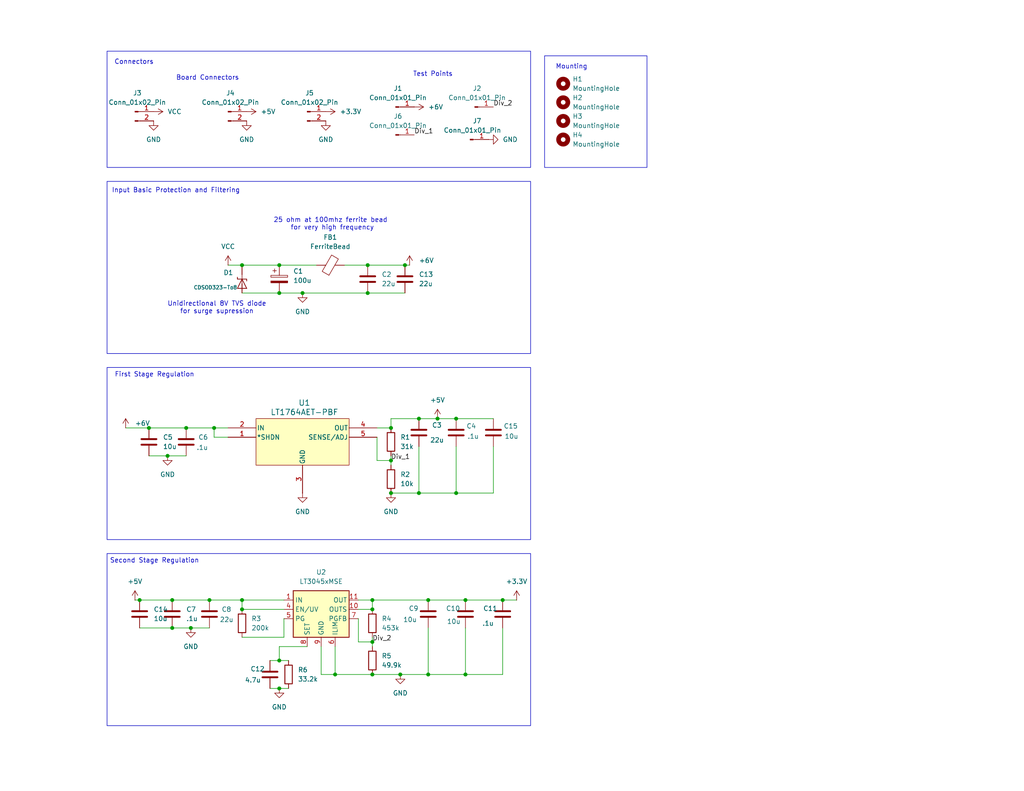
<source format=kicad_sch>
(kicad_sch (version 20231120) (generator "eeschema") (generator_version "8.0")
  (paper "USLetter")
  (title_block (title "Power Supply Board Independent Study") (company "Steven Vokoun") (comment 1 "Takes in Noisy 7V DC from a switching converter") (comment 2 "Outputs 5V and 3.3V filtered"))
  (lib_symbols
    (symbol "Connector:Conn_01x01_Pin" (pin_names (offset 1.016) hide)
      (property "Reference" "J" (at 0 2.54 0))
      (property "Value" "Conn_01x01_Pin" (at 0 -2.54 0))
      (symbol "Conn_01x01_Pin_1_1"
        (polyline (pts (xy 1.27 0) (xy 0.8636 0)) (stroke (width 0.1524)))
        (rectangle (start 0.8636 0.127) (end 0 -0.127) (stroke (width 0.1524)) (fill (type outline)))
        (pin passive line (at 5.08 0 180) (length 3.81) (name "Pin_1") (number "1"))
      )
    )
    (symbol "Connector:Conn_01x02_Pin" (pin_names (offset 1.016) hide)
      (property "Reference" "J" (at 0 2.54 0))
      (property "Value" "Conn_01x02_Pin" (at 0 -5.08 0))
      (symbol "Conn_01x02_Pin_1_1"
        (polyline (pts (xy 1.27 -2.54) (xy 0.8636 -2.54)) (stroke (width 0.1524)))
        (polyline (pts (xy 1.27 0) (xy 0.8636 0)) (stroke (width 0.1524)))
        (rectangle (start 0.8636 -2.413) (end 0 -2.667) (stroke (width 0.1524)) (fill (type outline)))
        (rectangle (start 0.8636 0.127) (end 0 -0.127) (stroke (width 0.1524)) (fill (type outline)))
        (pin passive line (at 5.08 0 180) (length 3.81) (name "Pin_1") (number "1"))
        (pin passive line (at 5.08 -2.54 180) (length 3.81) (name "Pin_2") (number "2"))
      )
    )
    (symbol "Device:C" (pin_numbers hide) (pin_names (offset 0.254))
      (property "Reference" "C" (at 0.635 2.54 0))
      (property "Value" "C" (at 0.635 -2.54 0))
      (symbol "C_0_1"
        (polyline (pts (xy -2.032 -0.762) (xy 2.032 -0.762)) (stroke (width 0.508)))
        (polyline (pts (xy -2.032 0.762) (xy 2.032 0.762)) (stroke (width 0.508)))
      )
      (symbol "C_1_1"
        (pin passive line (at 0 3.81 270) (length 2.794) (name "~") (number "1"))
        (pin passive line (at 0 -3.81 90) (length 2.794) (name "~") (number "2"))
      )
    )
    (symbol "Device:C_Polarized" (pin_numbers hide) (pin_names (offset 0.254))
      (property "Reference" "C" (at 0.635 2.54 0))
      (property "Value" "C_Polarized" (at 0.635 -2.54 0))
      (symbol "C_Polarized_0_1"
        (rectangle (start -2.286 0.508) (end 2.286 1.016))
        (polyline (pts (xy -1.778 2.286) (xy -0.762 2.286)))
        (polyline (pts (xy -1.27 2.794) (xy -1.27 1.778)))
        (rectangle (start 2.286 -0.508) (end -2.286 -1.016) (fill (type outline)))
      )
      (symbol "C_Polarized_1_1"
        (pin passive line (at 0 3.81 270) (length 2.794) (name "~") (number "1"))
        (pin passive line (at 0 -3.81 90) (length 2.794) (name "~") (number "2"))
      )
    )
    (symbol "Device:FerriteBead" (pin_numbers hide) (pin_names (offset 0))
      (property "Reference" "FB" (at -3.81 0.635 90))
      (property "Value" "FerriteBead" (at 3.81 0 90))
      (symbol "FerriteBead_0_1"
        (polyline (pts (xy 0 -1.27) (xy 0 -1.2192)))
        (polyline (pts (xy 0 1.27) (xy 0 1.2954)))
        (polyline (pts (xy -2.7686 0.4064) (xy -1.7018 2.2606) (xy 2.7686 -0.3048) (xy 1.6764 -2.159) (xy -2.7686 0.4064)))
      )
      (symbol "FerriteBead_1_1"
        (pin passive line (at 0 3.81 270) (length 2.54) (name "~") (number "1"))
        (pin passive line (at 0 -3.81 90) (length 2.54) (name "~") (number "2"))
      )
    )
    (symbol "Device:R" (pin_numbers hide) (pin_names (offset 0))
      (property "Reference" "R" (at 2.032 0 90))
      (property "Value" "R" (at 0 0 90))
      (symbol "R_0_1"
        (rectangle (start -1.016 -2.54) (end 1.016 2.54) (stroke (width 0.254)))
      )
      (symbol "R_1_1"
        (pin passive line (at 0 3.81 270) (length 1.27) (name "~") (number "1"))
        (pin passive line (at 0 -3.81 90) (length 1.27) (name "~") (number "2"))
      )
    )
    (symbol "Diode:SD12_SOD323" (pin_numbers hide) (pin_names (offset 1.016) hide)
      (property "Reference" "D1" (at 1.778 5.08 90))
      (property "Value" "CDSOD323-To8" (at -2.286 13.208 90))
      (symbol "SD12_SOD323_0_1"
        (polyline (pts (xy 1.27 0) (xy -1.27 0)))
        (polyline (pts (xy -2.54 -1.27) (xy -2.54 1.27) (xy 0 0) (xy -2.54 -1.27)) (stroke (width 0.2032)))
        (polyline (pts (xy 0.508 1.27) (xy 0 1.27) (xy 0 -1.27) (xy -0.508 -1.27)) (stroke (width 0.2032)))
      )
      (symbol "SD12_SOD323_1_1"
        (pin passive line (at -3.81 0 0) (length 2.54) (name "A1") (number "1"))
        (pin passive line (at 3.81 0 180) (length 2.54) (name "A2") (number "2"))
      )
    )
    (symbol "LT1764AET#PBF:LT1764AET-PBF" (pin_names (offset 0.254))
      (property "Reference" "U1" (at 20.828 9.398 0))
      (property "Value" "LT1764AET-PBF" (at 20.828 6.858 0))
      (symbol "LT1764AET-PBF_0_1"
        (pin output line (at 0 0 0) (length 7.62) (name "*SHDN") (number "1"))
        (pin input line (at 0 2.54 0) (length 7.62) (name "IN") (number "2"))
        (pin power_in line (at 20.32 -15.24 90) (length 7.62) (name "GND") (number "3"))
        (pin output line (at 40.64 2.54 180) (length 7.62) (name "OUT") (number "4"))
        (pin input line (at 40.64 0 180) (length 7.62) (name "SENSE/ADJ") (number "5"))
      )
      (symbol "LT1764AET-PBF_1_1"
        (rectangle (start 7.62 5.08) (end 33.02 -7.62) (fill (type background)))
      )
    )
    (symbol "Mechanical:MountingHole" (pin_names (offset 1.016)) (exclude_from_sim yes) (in_bom no)
      (property "Reference" "H" (at 0 5.08 0))
      (property "Value" "MountingHole" (at 0 3.175 0))
      (symbol "MountingHole_0_1"
        (circle (center 0 0) (radius 1.27) (stroke (width 1.27)))
      )
    )
    (symbol "Regulator_Linear:LT3045xMSE"
      (property "Reference" "U2" (at 0 10.16 0))
      (property "Value" "LT3045xMSE" (at 0 7.62 0))
      (symbol "LT3045xMSE_0_1"
        (rectangle (start -7.62 5.08) (end 7.62 -7.62) (stroke (width 0.254)) (fill (type background)))
      )
      (symbol "LT3045xMSE_1_1"
        (pin power_in line (at -10.16 2.54 0) (length 2.54) (name "IN") (number "1"))
        (pin input line (at 10.16 0 180) (length 2.54) (name "OUTS") (number "10"))
        (pin power_out line (at 10.16 2.54 180) (length 2.54) (name "OUT") (number "11"))
        (pin passive line (at 10.16 2.54 180) (length 2.54) hide (name "OUT") (number "12"))
        (pin passive line (at 0 -10.16 90) (length 2.54) hide (name "GND") (number "13"))
        (pin passive line (at -10.16 2.54 0) (length 2.54) hide (name "IN") (number "2"))
        (pin passive line (at -10.16 2.54 0) (length 2.54) hide (name "IN") (number "3"))
        (pin input line (at -10.16 0 0) (length 2.54) (name "EN/UV") (number "4"))
        (pin open_collector line (at -10.16 -2.54 0) (length 2.54) (name "PG") (number "5"))
        (pin passive line (at 3.81 -10.16 90) (length 2.54) (name "ILIM") (number "6"))
        (pin input line (at 10.16 -2.54 180) (length 2.54) (name "PGFB") (number "7"))
        (pin passive line (at -3.81 -10.16 90) (length 2.54) (name "SET") (number "8"))
        (pin power_in line (at 0 -10.16 90) (length 2.54) (name "GND") (number "9"))
      )
    )
    (symbol "power:+3.3V" (power) (pin_numbers hide) (pin_names (offset 0) hide)
      (property "Value" "+3.3V" (at 0 3.556 0))
      (symbol "+3.3V_0_1"
        (polyline (pts (xy -0.762 1.27) (xy 0 2.54)))
        (polyline (pts (xy 0 0) (xy 0 2.54)))
        (polyline (pts (xy 0 2.54) (xy 0.762 1.27)))
      )
      (symbol "+3.3V_1_1"
        (pin power_in line (at 0 0 90) (length 0) (name "~") (number "1"))
      )
    )
    (symbol "power:+5V" (power) (pin_numbers hide) (pin_names (offset 0) hide)
      (property "Value" "+5V" (at 0 3.556 0))
      (symbol "+5V_0_1"
        (polyline (pts (xy -0.762 1.27) (xy 0 2.54)))
        (polyline (pts (xy 0 0) (xy 0 2.54)))
        (polyline (pts (xy 0 2.54) (xy 0.762 1.27)))
      )
      (symbol "+5V_1_1"
        (pin power_in line (at 0 0 90) (length 0) (name "~") (number "1"))
      )
    )
    (symbol "power:+7.5V" (power) (pin_numbers hide) (pin_names (offset 0) hide)
      (property "Value" "+7.5V" (at 0 3.556 0))
      (symbol "+7.5V_0_1"
        (polyline (pts (xy -0.762 1.27) (xy 0 2.54)))
        (polyline (pts (xy 0 0) (xy 0 2.54)))
        (polyline (pts (xy 0 2.54) (xy 0.762 1.27)))
      )
      (symbol "+7.5V_1_1"
        (pin power_in line (at 0 0 90) (length 0) (name "~") (number "1"))
      )
    )
    (symbol "power:GND" (power) (pin_numbers hide) (pin_names (offset 0) hide)
      (property "Value" "GND" (at 0 -3.81 0))
      (symbol "GND_0_1"
        (polyline (pts (xy 0 0) (xy 0 -1.27) (xy 1.27 -1.27) (xy 0 -2.54) (xy -1.27 -1.27) (xy 0 -1.27)))
      )
      (symbol "GND_1_1"
        (pin power_in line (at 0 0 270) (length 0) (name "~") (number "1"))
      )
    )
    (symbol "power:VCC" (power) (pin_numbers hide) (pin_names (offset 0) hide)
      (property "Value" "VCC" (at 0 3.556 0))
      (symbol "VCC_0_1"
        (polyline (pts (xy -0.762 1.27) (xy 0 2.54)))
        (polyline (pts (xy 0 0) (xy 0 2.54)))
        (polyline (pts (xy 0 2.54) (xy 0.762 1.27)))
      )
      (symbol "VCC_1_1"
        (pin power_in line (at 0 0 90) (length 0) (name "~") (number "1"))
      )
    )
  )
  (junction (at 110.49 72.39))
  (junction (at 52.07 171.45))
  (junction (at 101.6 166.37))
  (junction (at 66.04 166.37))
  (junction (at 45.72 124.46))
  (junction (at 106.68 116.84))
  (junction (at 119.38 114.3))
  (junction (at 66.04 72.39))
  (junction (at 109.22 184.15))
  (junction (at 40.64 116.84))
  (junction (at 101.6 184.15))
  (junction (at 127 184.15))
  (junction (at 76.2 187.96))
  (junction (at 82.55 80.01))
  (junction (at 127 163.83))
  (junction (at 137.16 163.83))
  (junction (at 76.2 80.01))
  (junction (at 114.3 134.62))
  (junction (at 91.44 184.15))
  (junction (at 114.3 114.3))
  (junction (at 38.1 163.83))
  (junction (at 100.33 72.39))
  (junction (at 100.33 80.01))
  (junction (at 124.46 134.62))
  (junction (at 66.04 163.83))
  (junction (at 101.6 163.83))
  (junction (at 58.42 116.84))
  (junction (at 76.2 180.34))
  (junction (at 46.99 163.83))
  (junction (at 106.68 125.73))
  (junction (at 76.2 72.39))
  (junction (at 46.99 171.45))
  (junction (at 106.68 134.62))
  (junction (at 116.84 163.83))
  (junction (at 57.15 163.83))
  (junction (at 50.8 116.84))
  (junction (at 124.46 114.3))
  (junction (at 116.84 184.15))
  (junction (at 101.6 175.26))
  (wire (pts (xy 102.87 119.38) (xy 102.87 125.73)))
  (wire (pts (xy 40.64 116.84) (xy 50.8 116.84)))
  (wire (pts (xy 137.16 171.45) (xy 137.16 184.15)))
  (wire (pts (xy 119.38 114.3) (xy 124.46 114.3)))
  (wire (pts (xy 106.68 114.3) (xy 114.3 114.3)))
  (wire (pts (xy 40.64 124.46) (xy 45.72 124.46)))
  (wire (pts (xy 137.16 163.83) (xy 140.97 163.83)))
  (wire (pts (xy 38.1 163.83) (xy 46.99 163.83)))
  (wire (pts (xy 77.47 173.99) (xy 77.47 168.91)))
  (wire (pts (xy 34.29 116.84) (xy 40.64 116.84)))
  (wire (pts (xy 114.3 114.3) (xy 119.38 114.3)))
  (wire (pts (xy 116.84 184.15) (xy 109.22 184.15)))
  (wire (pts (xy 110.49 72.39) (xy 111.76 72.39)))
  (wire (pts (xy 102.87 125.73) (xy 106.68 125.73)))
  (wire (pts (xy 46.99 171.45) (xy 52.07 171.45)))
  (wire (pts (xy 101.6 184.15) (xy 109.22 184.15)))
  (wire (pts (xy 100.33 72.39) (xy 110.49 72.39)))
  (wire (pts (xy 101.6 163.83) (xy 101.6 166.37)))
  (wire (pts (xy 106.68 125.73) (xy 106.68 127)))
  (wire (pts (xy 91.44 176.53) (xy 91.44 184.15)))
  (wire (pts (xy 97.79 168.91) (xy 97.79 175.26)))
  (wire (pts (xy 100.33 80.01) (xy 110.49 80.01)))
  (wire (pts (xy 87.63 176.53) (xy 87.63 184.15)))
  (wire (pts (xy 106.68 124.46) (xy 106.68 125.73)))
  (wire (pts (xy 82.55 80.01) (xy 100.33 80.01)))
  (wire (pts (xy 134.62 134.62) (xy 124.46 134.62)))
  (wire (pts (xy 57.15 163.83) (xy 66.04 163.83)))
  (wire (pts (xy 66.04 80.01) (xy 76.2 80.01)))
  (wire (pts (xy 76.2 176.53) (xy 76.2 180.34)))
  (wire (pts (xy 62.23 72.39) (xy 66.04 72.39)))
  (wire (pts (xy 134.62 121.92) (xy 134.62 134.62)))
  (wire (pts (xy 124.46 121.92) (xy 124.46 134.62)))
  (wire (pts (xy 73.66 187.96) (xy 76.2 187.96)))
  (wire (pts (xy 106.68 114.3) (xy 106.68 116.84)))
  (wire (pts (xy 38.1 171.45) (xy 46.99 171.45)))
  (wire (pts (xy 124.46 114.3) (xy 134.62 114.3)))
  (wire (pts (xy 66.04 173.99) (xy 77.47 173.99)))
  (wire (pts (xy 97.79 175.26) (xy 101.6 175.26)))
  (wire (pts (xy 124.46 134.62) (xy 114.3 134.62)))
  (wire (pts (xy 66.04 163.83) (xy 66.04 166.37)))
  (wire (pts (xy 66.04 166.37) (xy 77.47 166.37)))
  (wire (pts (xy 101.6 173.99) (xy 101.6 175.26)))
  (wire (pts (xy 58.42 119.38) (xy 58.42 116.84)))
  (wire (pts (xy 127 171.45) (xy 127 184.15)))
  (wire (pts (xy 50.8 116.84) (xy 58.42 116.84)))
  (wire (pts (xy 58.42 116.84) (xy 62.23 116.84)))
  (wire (pts (xy 102.87 116.84) (xy 106.68 116.84)))
  (wire (pts (xy 52.07 171.45) (xy 57.15 171.45)))
  (wire (pts (xy 45.72 124.46) (xy 50.8 124.46)))
  (wire (pts (xy 137.16 184.15) (xy 127 184.15)))
  (wire (pts (xy 36.83 163.83) (xy 38.1 163.83)))
  (wire (pts (xy 83.82 176.53) (xy 76.2 176.53)))
  (wire (pts (xy 62.23 119.38) (xy 58.42 119.38)))
  (wire (pts (xy 76.2 180.34) (xy 78.74 180.34)))
  (wire (pts (xy 101.6 175.26) (xy 101.6 176.53)))
  (wire (pts (xy 66.04 72.39) (xy 76.2 72.39)))
  (wire (pts (xy 76.2 72.39) (xy 86.36 72.39)))
  (wire (pts (xy 114.3 134.62) (xy 106.68 134.62)))
  (wire (pts (xy 46.99 163.83) (xy 57.15 163.83)))
  (wire (pts (xy 93.98 72.39) (xy 100.33 72.39)))
  (wire (pts (xy 116.84 163.83) (xy 127 163.83)))
  (wire (pts (xy 87.63 184.15) (xy 91.44 184.15)))
  (wire (pts (xy 76.2 80.01) (xy 82.55 80.01)))
  (wire (pts (xy 114.3 121.92) (xy 114.3 134.62)))
  (wire (pts (xy 127 163.83) (xy 137.16 163.83)))
  (wire (pts (xy 97.79 163.83) (xy 101.6 163.83)))
  (wire (pts (xy 76.2 187.96) (xy 78.74 187.96)))
  (wire (pts (xy 97.79 166.37) (xy 101.6 166.37)))
  (wire (pts (xy 127 184.15) (xy 116.84 184.15)))
  (wire (pts (xy 77.47 163.83) (xy 66.04 163.83)))
  (wire (pts (xy 101.6 163.83) (xy 116.84 163.83)))
  (wire (pts (xy 116.84 171.45) (xy 116.84 184.15)))
  (wire (pts (xy 73.66 180.34) (xy 76.2 180.34)))
  (wire (pts (xy 91.44 184.15) (xy 101.6 184.15)))
  (rectangle (start 148.59 15.24) (end 176.53 45.72))
  (rectangle (start 29.21 151.13) (end 144.78 198.12))
  (rectangle (start 29.21 13.97) (end 144.78 45.72))
  (rectangle (start 29.21 100.33) (end 144.78 147.32))
  (rectangle (start 29.21 49.53) (end 144.78 96.52))
  (text "Connectors" (at 36.576 17.018 0) (effects (font (size 1.27 1.27))))
  (text "Test Points" (at 118.11 20.32 0) (effects (font (size 1.27 1.27))))
  (text "First Stage Regulation" (at 42.164 102.362 0) (effects (font (size 1.27 1.27))))
  (text "Input Basic Protection and Filtering" (at 48.006 52.07 0) (effects (font (size 1.27 1.27))))
  (text "Second Stage Regulation" (at 42.164 153.162 0) (effects (font (size 1.27 1.27))))
  (text "Mounting" (at 155.956 18.288 0) (effects (font (size 1.27 1.27))))
  (text "Unidirectional 8V TVS diode\nfor surge supression" (at 59.182 84.074 0) (effects (font (size 1.27 1.27))))
  (text "Board Connectors" (at 56.642 21.336 0) (effects (font (size 1.27 1.27))))
  (text "25 ohm at 100mhz ferrite bead \nfor very high frequency" (at 90.678 61.214 0) (effects (font (size 1.27 1.27))))
  (label "Div_2" (at 101.6 175.26 0))
  (label "Div_1" (at 106.68 125.73 0))
  (label "Div_2" (at 134.62 29.21 0))
  (label "Div_1" (at 113.03 36.83 0))
  (symbol (lib_id "Device:C") (at 40.64 120.65 0) (unit 1)
    (property "Reference" "C5" (at 44.45 119.3799 0) (effects (justify left)))
    (property "Value" "10u" (at 44.45 121.9199 0) (effects (justify left)))
    (property "Footprint" "Capacitor_SMD:C_0805_2012Metric_Pad1.18x1.45mm_HandSolder" (effects (hide yes)))
    (property "Description" "Unpolarized capacitor" (effects (hide yes)))
  )
  (symbol (lib_id "Connector:Conn_01x02_Pin") (at 36.83 30.48 0) (unit 1)
    (property "Reference" "J3" (at 37.465 25.4 0))
    (property "Value" "Conn_01x02_Pin" (at 37.465 27.94 0))
    (property "Footprint" "Connector_PinSocket_2.54mm:PinSocket_1x02_P2.54mm_Vertical" (effects (hide yes)))
    (property "Description" "Generic connector, single row, 01x02, script generated" (effects (hide yes)))
  )
  (symbol (lib_id "power:+3.3V") (at 88.9 30.48 270) (unit 1)
    (property "Reference" "#PWR04" (effects (hide yes)))
    (property "Value" "+3.3V" (at 92.71 30.4799 90) (effects (justify left)))
    (property "Description" "Power symbol creates a global label with name \"+3.3V\"" (effects (hide yes)))
  )
  (symbol (lib_id "Device:FerriteBead") (at 90.17 72.39 90) (unit 1)
    (property "Reference" "FB1" (at 90.1192 64.77 90))
    (property "Value" "FerriteBead" (at 90.1192 67.31 90))
    (property "Footprint" "Inductor_SMD:L_0805_2012Metric_Pad1.05x1.20mm_HandSolder" (effects (hide yes)))
    (property "Description" "Ferrite bead" (effects (hide yes)))
  )
  (symbol (lib_id "Device:C") (at 57.15 167.64 0) (unit 1)
    (property "Reference" "C8" (at 60.452 166.37 0) (effects (justify left)))
    (property "Value" "22u" (at 59.944 169.164 0) (effects (justify left)))
    (property "Footprint" "Capacitor_SMD:C_0805_2012Metric_Pad1.18x1.45mm_HandSolder" (effects (hide yes)))
    (property "Description" "Unpolarized capacitor" (effects (hide yes)))
  )
  (symbol (lib_id "Mechanical:MountingHole") (at 153.67 38.1 0) (unit 1) (exclude_from_sim yes) (in_bom no)
    (property "Reference" "H4" (at 156.21 36.8299 0) (effects (justify left)))
    (property "Value" "MountingHole" (at 156.21 39.3699 0) (effects (justify left)))
    (property "Footprint" "MountingHole:MountingHole_2.2mm_M2" (effects (hide yes)))
    (property "Description" "Mounting Hole without connection" (effects (hide yes)))
  )
  (symbol (lib_id "power:GND") (at 133.35 38.1 90) (unit 1)
    (property "Reference" "#PWR08" (effects (hide yes)))
    (property "Value" "GND" (at 137.16 38.0999 90) (effects (justify right)))
    (property "Description" "Power symbol creates a global label with name \"GND\" , ground" (effects (hide yes)))
  )
  (symbol (lib_id "Device:C") (at 134.62 118.11 0) (unit 1)
    (property "Reference" "C15" (at 137.414 116.332 0) (effects (justify left)))
    (property "Value" "10u" (at 137.668 119.126 0) (effects (justify left)))
    (property "Footprint" "Capacitor_SMD:C_0805_2012Metric_Pad1.18x1.45mm_HandSolder" (effects (hide yes)))
    (property "Description" "Unpolarized capacitor" (effects (hide yes)))
  )
  (symbol (lib_id "Device:C") (at 73.66 184.15 0) (unit 1)
    (property "Reference" "C12" (at 68.326 182.626 0) (effects (justify left)))
    (property "Value" "4.7u" (at 66.802 185.674 0) (effects (justify left)))
    (property "Footprint" "Capacitor_SMD:C_0805_2012Metric_Pad1.18x1.45mm_HandSolder" (effects (hide yes)))
    (property "Description" "Unpolarized capacitor" (effects (hide yes)))
  )
  (symbol (lib_id "power:GND") (at 106.68 134.62 0) (unit 1)
    (property "Reference" "#PWR016" (effects (hide yes)))
    (property "Value" "GND" (at 106.68 139.7 0))
    (property "Description" "Power symbol creates a global label with name \"GND\" , ground" (effects (hide yes)))
  )
  (symbol (lib_id "power:GND") (at 88.9 33.02 0) (unit 1)
    (property "Reference" "#PWR07" (effects (hide yes)))
    (property "Value" "GND" (at 88.9 38.1 0))
    (property "Description" "Power symbol creates a global label with name \"GND\" , ground" (effects (hide yes)))
  )
  (symbol (lib_id "Connector:Conn_01x01_Pin") (at 107.95 29.21 0) (unit 1)
    (property "Reference" "J1" (at 108.585 24.13 0))
    (property "Value" "Conn_01x01_Pin" (at 108.585 26.67 0))
    (property "Footprint" "Connector_PinHeader_2.54mm:PinHeader_1x01_P2.54mm_Vertical" (effects (hide yes)))
    (property "Description" "Generic connector, single row, 01x01, script generated" (effects (hide yes)))
  )
  (symbol (lib_id "Mechanical:MountingHole") (at 153.67 27.94 0) (unit 1) (exclude_from_sim yes) (in_bom no)
    (property "Reference" "H2" (at 156.21 26.6699 0) (effects (justify left)))
    (property "Value" "MountingHole" (at 156.21 29.2099 0) (effects (justify left)))
    (property "Footprint" "MountingHole:MountingHole_2.2mm_M2" (effects (hide yes)))
    (property "Description" "Mounting Hole without connection" (effects (hide yes)))
  )
  (symbol (lib_id "power:+5V") (at 119.38 114.3 0) (unit 1)
    (property "Reference" "#PWR012" (effects (hide yes)))
    (property "Value" "+5V" (at 119.38 109.22 0))
    (property "Description" "Power symbol creates a global label with name \"+5V\"" (effects (hide yes)))
  )
  (symbol (lib_id "Mechanical:MountingHole") (at 153.67 22.86 0) (unit 1) (exclude_from_sim yes) (in_bom no)
    (property "Reference" "H1" (at 156.21 21.5899 0) (effects (justify left)))
    (property "Value" "MountingHole" (at 156.21 24.1299 0) (effects (justify left)))
    (property "Footprint" "MountingHole:MountingHole_2.2mm_M2" (effects (hide yes)))
    (property "Description" "Mounting Hole without connection" (effects (hide yes)))
  )
  (symbol (lib_id "Device:C") (at 127 167.64 0) (unit 1)
    (property "Reference" "C10" (at 121.666 166.116 0) (effects (justify left)))
    (property "Value" "10u" (at 121.92 169.672 0) (effects (justify left)))
    (property "Footprint" "Capacitor_SMD:C_0805_2012Metric_Pad1.18x1.45mm_HandSolder" (effects (hide yes)))
    (property "Description" "Unpolarized capacitor" (effects (hide yes)))
  )
  (symbol (lib_id "Connector:Conn_01x01_Pin") (at 107.95 36.83 0) (unit 1)
    (property "Reference" "J6" (at 108.585 31.75 0))
    (property "Value" "Conn_01x01_Pin" (at 108.585 34.29 0))
    (property "Footprint" "Connector_PinHeader_2.54mm:PinHeader_1x01_P2.54mm_Vertical" (effects (hide yes)))
    (property "Description" "Generic connector, single row, 01x01, script generated" (effects (hide yes)))
  )
  (symbol (lib_id "Device:C") (at 114.3 118.11 0) (unit 1)
    (property "Reference" "C3" (at 117.856 116.078 0) (effects (justify left)))
    (property "Value" "22u" (at 117.348 120.142 0) (effects (justify left)))
    (property "Footprint" "Capacitor_SMD:C_0805_2012Metric_Pad1.18x1.45mm_HandSolder" (effects (hide yes)))
    (property "Description" "Unpolarized capacitor" (effects (hide yes)))
  )
  (symbol (lib_id "Device:C") (at 100.33 76.2 0) (unit 1)
    (property "Reference" "C2" (at 104.14 74.9299 0) (effects (justify left)))
    (property "Value" "22u" (at 104.14 77.4699 0) (effects (justify left)))
    (property "Footprint" "Capacitor_SMD:C_0805_2012Metric_Pad1.18x1.45mm_HandSolder" (effects (hide yes)))
    (property "Description" "Unpolarized capacitor" (effects (hide yes)))
  )
  (symbol (lib_id "power:GND") (at 45.72 124.46 0) (unit 1)
    (property "Reference" "#PWR014" (effects (hide yes)))
    (property "Value" "GND" (at 45.72 129.54 0))
    (property "Description" "Power symbol creates a global label with name \"GND\" , ground" (effects (hide yes)))
  )
  (symbol (lib_id "power:GND") (at 76.2 187.96 0) (unit 1)
    (property "Reference" "#PWR021" (effects (hide yes)))
    (property "Value" "GND" (at 76.2 193.04 0))
    (property "Description" "Power symbol creates a global label with name \"GND\" , ground" (effects (hide yes)))
  )
  (symbol (lib_id "Device:R") (at 66.04 170.18 0) (unit 1)
    (property "Reference" "R3" (at 68.58 168.9099 0) (effects (justify left)))
    (property "Value" "200k" (at 68.58 171.4499 0) (effects (justify left)))
    (property "Footprint" "Resistor_SMD:R_0805_2012Metric_Pad1.20x1.40mm_HandSolder" (effects (hide yes)))
    (property "Description" "Resistor" (effects (hide yes)))
  )
  (symbol (lib_id "Diode:SD12_SOD323") (at 66.04 76.2 90) (unit 1)
    (property "Reference" "D1" (at 60.96 74.422 90) (effects (justify right)))
    (property "Value" "CDSOD323-To8" (at 52.832 78.486 90) (effects (font (size 1 1)) (justify right)))
    (property "Footprint" "Diode_SMD:D_SOD-323_HandSoldering" (effects (hide yes)))
    (property "Datasheet" "https://www.littelfuse.com/~/media/electronics/datasheets/tvs_diode_arrays/littelfuse_tvs_diode_array_sd_c_datasheet.pdf.pdf" (effects (hide yes)))
    (property "Description" "12V, 450W Discrete Bidirectional TVS Diode, SOD-323" (effects (hide yes)))
  )
  (symbol (lib_id "Device:C") (at 124.46 118.11 0) (unit 1)
    (property "Reference" "C4" (at 127.254 116.332 0) (effects (justify left)))
    (property "Value" ".1u" (at 127.508 119.126 0) (effects (justify left)))
    (property "Footprint" "Capacitor_SMD:C_0805_2012Metric_Pad1.18x1.45mm_HandSolder" (effects (hide yes)))
    (property "Description" "Unpolarized capacitor" (effects (hide yes)))
  )
  (symbol (lib_id "power:GND") (at 109.22 184.15 0) (unit 1)
    (property "Reference" "#PWR020" (effects (hide yes)))
    (property "Value" "GND" (at 109.22 189.23 0))
    (property "Description" "Power symbol creates a global label with name \"GND\" , ground" (effects (hide yes)))
  )
  (symbol (lib_id "power:GND") (at 67.31 33.02 0) (unit 1)
    (property "Reference" "#PWR06" (effects (hide yes)))
    (property "Value" "GND" (at 67.31 38.1 0))
    (property "Description" "Power symbol creates a global label with name \"GND\" , ground" (effects (hide yes)))
  )
  (symbol (lib_id "Device:R") (at 106.68 130.81 0) (unit 1)
    (property "Reference" "R2" (at 109.22 129.5399 0) (effects (justify left)))
    (property "Value" "10k" (at 109.22 132.0799 0) (effects (justify left)))
    (property "Footprint" "Resistor_SMD:R_0805_2012Metric_Pad1.20x1.40mm_HandSolder" (effects (hide yes)))
    (property "Description" "Resistor" (effects (hide yes)))
  )
  (symbol (lib_id "Device:C") (at 46.99 167.64 0) (unit 1)
    (property "Reference" "C7" (at 50.8 166.3699 0) (effects (justify left)))
    (property "Value" ".1u" (at 50.8 168.9099 0) (effects (justify left)))
    (property "Footprint" "Capacitor_SMD:C_0805_2012Metric_Pad1.18x1.45mm_HandSolder" (effects (hide yes)))
    (property "Description" "Unpolarized capacitor" (effects (hide yes)))
  )
  (symbol (lib_id "Connector:Conn_01x02_Pin") (at 62.23 30.48 0) (unit 1)
    (property "Reference" "J4" (at 62.865 25.4 0))
    (property "Value" "Conn_01x02_Pin" (at 62.865 27.94 0))
    (property "Footprint" "Connector_PinSocket_2.54mm:PinSocket_1x02_P2.54mm_Vertical" (effects (hide yes)))
    (property "Description" "Generic connector, single row, 01x02, script generated" (effects (hide yes)))
  )
  (symbol (lib_id "power:GND") (at 41.91 33.02 0) (unit 1)
    (property "Reference" "#PWR05" (effects (hide yes)))
    (property "Value" "GND" (at 41.91 38.1 0))
    (property "Description" "Power symbol creates a global label with name \"GND\" , ground" (effects (hide yes)))
  )
  (symbol (lib_id "power:+7.5V") (at 111.76 72.39 0) (unit 1)
    (property "Reference" "#PWR010" (effects (hide yes)))
    (property "Value" "+6V" (at 114.3 71.1199 0) (effects (justify left)))
    (property "Description" "Power symbol creates a global label with name \"+7.5V\"" (effects (hide yes)))
  )
  (symbol (lib_id "Device:C") (at 50.8 120.65 0) (unit 1)
    (property "Reference" "C6" (at 54.102 119.38 0) (effects (justify left)))
    (property "Value" ".1u" (at 53.594 122.174 0) (effects (justify left)))
    (property "Footprint" "Capacitor_SMD:C_0805_2012Metric_Pad1.18x1.45mm_HandSolder" (effects (hide yes)))
    (property "Description" "Unpolarized capacitor" (effects (hide yes)))
  )
  (symbol (lib_id "power:VCC") (at 41.91 30.48 270) (unit 1)
    (property "Reference" "#PWR02" (effects (hide yes)))
    (property "Value" "VCC" (at 45.72 30.4799 90) (effects (justify left)))
    (property "Description" "Power symbol creates a global label with name \"VCC\"" (effects (hide yes)))
  )
  (symbol (lib_id "Connector:Conn_01x02_Pin") (at 83.82 30.48 0) (unit 1)
    (property "Reference" "J5" (at 84.455 25.4 0))
    (property "Value" "Conn_01x02_Pin" (at 84.455 27.94 0))
    (property "Footprint" "Connector_PinSocket_2.54mm:PinSocket_1x02_P2.54mm_Vertical" (effects (hide yes)))
    (property "Description" "Generic connector, single row, 01x02, script generated" (effects (hide yes)))
  )
  (symbol (lib_id "power:GND") (at 82.55 134.62 0) (unit 1)
    (property "Reference" "#PWR015" (effects (hide yes)))
    (property "Value" "GND" (at 82.55 139.7 0))
    (property "Description" "Power symbol creates a global label with name \"GND\" , ground" (effects (hide yes)))
  )
  (symbol (lib_id "Device:R") (at 106.68 120.65 0) (unit 1)
    (property "Reference" "R1" (at 109.22 119.3799 0) (effects (justify left)))
    (property "Value" "31k" (at 109.22 121.9199 0) (effects (justify left)))
    (property "Footprint" "Resistor_SMD:R_0805_2012Metric_Pad1.20x1.40mm_HandSolder" (effects (hide yes)))
    (property "Description" "Resistor" (effects (hide yes)))
  )
  (symbol (lib_id "power:VCC") (at 62.23 72.39 0) (unit 1)
    (property "Reference" "#PWR09" (effects (hide yes)))
    (property "Value" "VCC" (at 62.23 67.31 0))
    (property "Description" "Power symbol creates a global label with name \"VCC\"" (effects (hide yes)))
  )
  (symbol (lib_id "LT1764AET#PBF:LT1764AET-PBF") (at 62.23 119.38 0) (unit 1)
    (property "Reference" "U1" (at 83.058 109.982 0) (effects (font (size 1.524 1.524))))
    (property "Value" "LT1764AET-PBF" (at 83.058 112.522 0) (effects (font (size 1.524 1.524))))
    (property "Footprint" "TO220-5_T_LIT" (effects (hide yes)))
    (property "Datasheet" "LT1764AET-PBF" (effects (hide yes)))
  )
  (symbol (lib_id "Device:C") (at 38.1 167.64 0) (unit 1)
    (property "Reference" "C14" (at 41.91 166.3699 0) (effects (justify left)))
    (property "Value" "10u" (at 41.91 168.9099 0) (effects (justify left)))
    (property "Footprint" "Capacitor_SMD:C_0805_2012Metric_Pad1.18x1.45mm_HandSolder" (effects (hide yes)))
    (property "Description" "Unpolarized capacitor" (effects (hide yes)))
  )
  (symbol (lib_id "Mechanical:MountingHole") (at 153.67 33.02 0) (unit 1) (exclude_from_sim yes) (in_bom no)
    (property "Reference" "H3" (at 156.21 31.7499 0) (effects (justify left)))
    (property "Value" "MountingHole" (at 156.21 34.2899 0) (effects (justify left)))
    (property "Footprint" "MountingHole:MountingHole_2.2mm_M2" (effects (hide yes)))
    (property "Description" "Mounting Hole without connection" (effects (hide yes)))
  )
  (symbol (lib_id "power:+7.5V") (at 34.29 116.84 0) (unit 1)
    (property "Reference" "#PWR013" (effects (hide yes)))
    (property "Value" "+6V" (at 36.83 115.5699 0) (effects (justify left)))
    (property "Description" "Power symbol creates a global label with name \"+7.5V\"" (effects (hide yes)))
  )
  (symbol (lib_id "Device:R") (at 101.6 170.18 0) (unit 1)
    (property "Reference" "R4" (at 104.14 168.9099 0) (effects (justify left)))
    (property "Value" "453k" (at 104.14 171.4499 0) (effects (justify left)))
    (property "Footprint" "Resistor_SMD:R_0805_2012Metric_Pad1.20x1.40mm_HandSolder" (effects (hide yes)))
    (property "Description" "Resistor" (effects (hide yes)))
  )
  (symbol (lib_id "power:+3.3V") (at 140.97 163.83 0) (unit 1)
    (property "Reference" "#PWR018" (effects (hide yes)))
    (property "Value" "+3.3V" (at 140.97 158.75 0))
    (property "Description" "Power symbol creates a global label with name \"+3.3V\"" (effects (hide yes)))
  )
  (symbol (lib_id "Device:C") (at 110.49 76.2 0) (unit 1)
    (property "Reference" "C13" (at 114.3 74.9299 0) (effects (justify left)))
    (property "Value" "22u" (at 114.3 77.4699 0) (effects (justify left)))
    (property "Footprint" "Capacitor_SMD:C_0805_2012Metric_Pad1.18x1.45mm_HandSolder" (effects (hide yes)))
    (property "Description" "Unpolarized capacitor" (effects (hide yes)))
  )
  (symbol (lib_id "power:GND") (at 52.07 171.45 0) (unit 1)
    (property "Reference" "#PWR019" (effects (hide yes)))
    (property "Value" "GND" (at 52.07 176.53 0))
    (property "Description" "Power symbol creates a global label with name \"GND\" , ground" (effects (hide yes)))
  )
  (symbol (lib_id "Device:C") (at 137.16 167.64 0) (unit 1)
    (property "Reference" "C11" (at 131.826 166.116 0) (effects (justify left)))
    (property "Value" ".1u" (at 131.572 170.18 0) (effects (justify left)))
    (property "Footprint" "Capacitor_SMD:C_0805_2012Metric_Pad1.18x1.45mm_HandSolder" (effects (hide yes)))
    (property "Description" "Unpolarized capacitor" (effects (hide yes)))
  )
  (symbol (lib_id "Device:C_Polarized") (at 76.2 76.2 0) (unit 1)
    (property "Reference" "C1" (at 80.01 74.0409 0) (effects (justify left)))
    (property "Value" "100u" (at 80.01 76.5809 0) (effects (justify left)))
    (property "Footprint" "Capacitor_THT:C_Radial_D8.0mm_H11.5mm_P3.50mm" (effects (hide yes)))
    (property "Description" "Polarized capacitor" (effects (hide yes)))
  )
  (symbol (lib_id "Connector:Conn_01x01_Pin") (at 128.27 38.1 0) (unit 1)
    (property "Reference" "J7" (at 130.175 33.02 0))
    (property "Value" "Conn_01x01_Pin" (at 128.905 35.56 0))
    (property "Footprint" "Connector_PinHeader_2.54mm:PinHeader_1x01_P2.54mm_Vertical" (effects (hide yes)))
    (property "Description" "Generic connector, single row, 01x01, script generated" (effects (hide yes)))
  )
  (symbol (lib_id "power:+5V") (at 36.83 163.83 0) (unit 1)
    (property "Reference" "#PWR017" (effects (hide yes)))
    (property "Value" "+5V" (at 36.83 158.75 0))
    (property "Description" "Power symbol creates a global label with name \"+5V\"" (effects (hide yes)))
  )
  (symbol (lib_id "Device:R") (at 78.74 184.15 0) (unit 1)
    (property "Reference" "R6" (at 81.28 182.8799 0) (effects (justify left)))
    (property "Value" "33.2k" (at 81.28 185.4199 0) (effects (justify left)))
    (property "Footprint" "Resistor_SMD:R_0805_2012Metric_Pad1.20x1.40mm_HandSolder" (effects (hide yes)))
    (property "Description" "Resistor" (effects (hide yes)))
  )
  (symbol (lib_id "Regulator_Linear:LT3045xMSE") (at 87.63 166.37 0) (unit 1)
    (property "Reference" "U2" (at 87.63 156.21 0))
    (property "Value" "LT3045xMSE" (at 87.63 158.75 0))
    (property "Footprint" "Package_SO:MSOP-12-1EP_3x4mm_P0.65mm_EP1.65x2.85mm" (effects (hide yes)))
    (property "Datasheet" "https://www.analog.com/media/en/technical-documentation/data-sheets/3045fa.pdf" (effects (hide yes)))
    (property "Description" "500mA, Adjustable, Ultralow Noise, Ultrahigh PSRR Linear Regulator, MSOP-12" (effects (hide yes)))
  )
  (symbol (lib_id "power:GND") (at 82.55 80.01 0) (unit 1)
    (property "Reference" "#PWR011" (effects (hide yes)))
    (property "Value" "GND" (at 82.55 85.09 0))
    (property "Description" "Power symbol creates a global label with name \"GND\" , ground" (effects (hide yes)))
  )
  (symbol (lib_id "Device:R") (at 101.6 180.34 0) (unit 1)
    (property "Reference" "R5" (at 104.14 179.0699 0) (effects (justify left)))
    (property "Value" "49.9k" (at 104.14 181.6099 0) (effects (justify left)))
    (property "Footprint" "Resistor_SMD:R_0805_2012Metric_Pad1.20x1.40mm_HandSolder" (effects (hide yes)))
    (property "Description" "Resistor" (effects (hide yes)))
  )
  (symbol (lib_id "power:+5V") (at 67.31 30.48 270) (unit 1)
    (property "Reference" "#PWR03" (effects (hide yes)))
    (property "Value" "+5V" (at 71.12 30.4799 90) (effects (justify left)))
    (property "Description" "Power symbol creates a global label with name \"+5V\"" (effects (hide yes)))
  )
  (symbol (lib_id "power:+7.5V") (at 113.03 29.21 270) (unit 1)
    (property "Reference" "#PWR01" (effects (hide yes)))
    (property "Value" "+6V" (at 116.84 29.2099 90) (effects (justify left)))
    (property "Description" "Power symbol creates a global label with name \"+7.5V\"" (effects (hide yes)))
  )
  (symbol (lib_id "Connector:Conn_01x01_Pin") (at 129.54 29.21 0) (unit 1)
    (property "Reference" "J2" (at 130.175 24.13 0))
    (property "Value" "Conn_01x01_Pin" (at 130.175 26.67 0))
    (property "Footprint" "Connector_PinHeader_2.54mm:PinHeader_1x01_P2.54mm_Vertical" (effects (hide yes)))
    (property "Description" "Generic connector, single row, 01x01, script generated" (effects (hide yes)))
  )
  (symbol (lib_id "Device:C") (at 116.84 167.64 0) (unit 1)
    (property "Reference" "C9" (at 111.506 166.116 0) (effects (justify left)))
    (property "Value" "10u" (at 109.982 169.164 0) (effects (justify left)))
    (property "Footprint" "Capacitor_SMD:C_0805_2012Metric_Pad1.18x1.45mm_HandSolder" (effects (hide yes)))
    (property "Description" "Unpolarized capacitor" (effects (hide yes)))
  )
)
</source>
